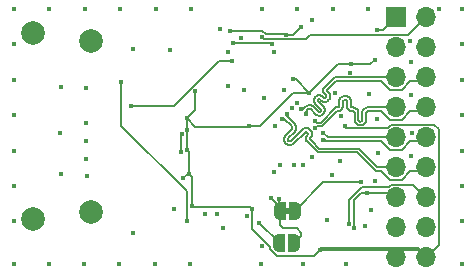
<source format=gbr>
G04 #@! TF.GenerationSoftware,KiCad,Pcbnew,7.0.6+dfsg-1*
G04 #@! TF.CreationDate,2023-08-23T13:02:17+02:00*
G04 #@! TF.ProjectId,GPDI_ULX3S,47504449-5f55-44c5-9833-532e6b696361,1.6*
G04 #@! TF.SameCoordinates,Original*
G04 #@! TF.FileFunction,Copper,L4,Bot*
G04 #@! TF.FilePolarity,Positive*
%FSLAX46Y46*%
G04 Gerber Fmt 4.6, Leading zero omitted, Abs format (unit mm)*
G04 Created by KiCad (PCBNEW 7.0.6+dfsg-1) date 2023-08-23 13:02:17*
%MOMM*%
%LPD*%
G01*
G04 APERTURE LIST*
G04 Aperture macros list*
%AMFreePoly0*
4,1,19,0.500000,-0.750000,0.000000,-0.750000,0.000000,-0.744911,-0.071157,-0.744911,-0.207708,-0.704816,-0.327430,-0.627875,-0.420627,-0.520320,-0.479746,-0.390866,-0.500000,-0.250000,-0.500000,0.250000,-0.479746,0.390866,-0.420627,0.520320,-0.327430,0.627875,-0.207708,0.704816,-0.071157,0.744911,0.000000,0.744911,0.000000,0.750000,0.500000,0.750000,0.500000,-0.750000,0.500000,-0.750000,
$1*%
%AMFreePoly1*
4,1,19,0.000000,0.744911,0.071157,0.744911,0.207708,0.704816,0.327430,0.627875,0.420627,0.520320,0.479746,0.390866,0.500000,0.250000,0.500000,-0.250000,0.479746,-0.390866,0.420627,-0.520320,0.327430,-0.627875,0.207708,-0.704816,0.071157,-0.744911,0.000000,-0.744911,0.000000,-0.750000,-0.500000,-0.750000,-0.500000,0.750000,0.000000,0.750000,0.000000,0.744911,0.000000,0.744911,
$1*%
G04 Aperture macros list end*
G04 #@! TA.AperFunction,ComponentPad*
%ADD10R,1.700000X1.700000*%
G04 #@! TD*
G04 #@! TA.AperFunction,ComponentPad*
%ADD11O,1.700000X1.700000*%
G04 #@! TD*
G04 #@! TA.AperFunction,ComponentPad*
%ADD12C,2.000000*%
G04 #@! TD*
G04 #@! TA.AperFunction,SMDPad,CuDef*
%ADD13FreePoly0,180.000000*%
G04 #@! TD*
G04 #@! TA.AperFunction,SMDPad,CuDef*
%ADD14FreePoly1,180.000000*%
G04 #@! TD*
G04 #@! TA.AperFunction,SMDPad,CuDef*
%ADD15FreePoly0,0.000000*%
G04 #@! TD*
G04 #@! TA.AperFunction,SMDPad,CuDef*
%ADD16FreePoly1,0.000000*%
G04 #@! TD*
G04 #@! TA.AperFunction,ViaPad*
%ADD17C,0.400000*%
G04 #@! TD*
G04 #@! TA.AperFunction,Conductor*
%ADD18C,0.150000*%
G04 #@! TD*
G04 #@! TA.AperFunction,Conductor*
%ADD19C,0.127000*%
G04 #@! TD*
G04 #@! TA.AperFunction,Conductor*
%ADD20C,0.200000*%
G04 #@! TD*
G04 #@! TA.AperFunction,Conductor*
%ADD21C,0.300000*%
G04 #@! TD*
G04 #@! TA.AperFunction,Conductor*
%ADD22C,0.500000*%
G04 #@! TD*
G04 APERTURE END LIST*
D10*
X143764000Y-67310000D03*
D11*
X146304000Y-67310000D03*
X143764000Y-69850000D03*
X146304000Y-69850000D03*
X143764000Y-72390000D03*
X146304000Y-72390000D03*
X143764000Y-74930000D03*
X146304000Y-74930000D03*
X143764000Y-77470000D03*
X146304000Y-77470000D03*
X143764000Y-80010000D03*
X146304000Y-80010000D03*
X143764000Y-82550000D03*
X146304000Y-82550000D03*
X143764000Y-85090000D03*
X146304000Y-85090000D03*
X143764000Y-87630000D03*
X146304000Y-87630000D03*
D12*
X113069740Y-68670140D03*
X117969740Y-69270140D03*
X117969740Y-83770140D03*
X113069740Y-84370140D03*
D13*
X135225000Y-83675000D03*
D14*
X133925000Y-83675000D03*
D15*
X133875000Y-86375000D03*
D16*
X135175000Y-86375000D03*
D17*
X135052460Y-72525180D03*
X139902460Y-71985180D03*
X115392460Y-80555180D03*
X115362460Y-77085180D03*
X115392460Y-73205180D03*
X141622460Y-83605180D03*
X142022460Y-81135180D03*
X138402460Y-80675180D03*
X124652460Y-70035180D03*
X121522460Y-69955180D03*
X121502460Y-85535180D03*
X124952460Y-83505180D03*
X127582460Y-83985180D03*
X129112460Y-85165180D03*
X131175960Y-84135180D03*
X136642460Y-79115180D03*
X139032460Y-79505180D03*
X142262460Y-78825180D03*
X142142460Y-75925180D03*
X141532460Y-73755180D03*
X129582460Y-73125180D03*
X129532460Y-70275180D03*
X130672460Y-69025180D03*
X128842460Y-68255180D03*
X149342460Y-84585180D03*
X149342460Y-81585180D03*
X149342460Y-75585180D03*
X149342460Y-78585180D03*
X149342460Y-72585180D03*
X149342460Y-69585180D03*
X111412460Y-88205180D03*
X111422460Y-84585180D03*
X111422460Y-81585180D03*
X111422460Y-78585180D03*
X111422460Y-75585180D03*
X111422460Y-72585180D03*
X111422460Y-69585180D03*
X149382460Y-88145180D03*
X139532460Y-88185180D03*
X135872460Y-88185180D03*
X132362460Y-88205180D03*
X126362460Y-88205180D03*
X123362460Y-88205180D03*
X120362460Y-88205180D03*
X117362460Y-88205180D03*
X114362460Y-88205180D03*
X149372460Y-66585180D03*
X147422460Y-66585180D03*
X141422460Y-66585180D03*
X138422460Y-66585180D03*
X135422460Y-66585180D03*
X132422460Y-66585180D03*
X126422460Y-66585180D03*
X123422460Y-66585180D03*
X120422460Y-66585180D03*
X117422460Y-66585180D03*
X114422460Y-66585180D03*
X111422460Y-66585180D03*
X144982460Y-69315180D03*
X145022460Y-71085180D03*
X145072460Y-73875180D03*
X145082460Y-79055180D03*
X145102460Y-77075180D03*
X135412460Y-74545180D03*
X134942460Y-74995180D03*
X131602460Y-83495180D03*
X126508960Y-83305180D03*
X126082460Y-84585180D03*
X120522460Y-72770140D03*
X128642460Y-83995180D03*
X132412460Y-86655180D03*
X132212460Y-84675000D03*
X135103240Y-79802960D03*
X135883020Y-79828360D03*
X133452460Y-80405180D03*
X133942460Y-79785180D03*
X130913580Y-73444200D03*
X132569660Y-74119840D03*
X134281620Y-73416260D03*
X117563340Y-73258780D03*
X138652460Y-73705180D03*
X137974780Y-84437320D03*
X139112460Y-75635180D03*
X117578580Y-80767020D03*
X136652460Y-67555180D03*
X117560800Y-76263600D03*
X117568420Y-79263340D03*
X117563340Y-77749500D03*
X141134523Y-84984523D03*
X133565340Y-76482040D03*
X133440000Y-70204818D03*
X136442460Y-73685180D03*
X126095000Y-78535000D03*
X126105000Y-76865000D03*
X131353140Y-76474280D03*
X126786563Y-73556563D03*
X137356020Y-86975009D03*
X139427700Y-76540420D03*
X125775000Y-80935000D03*
X126105000Y-75855000D03*
X126268918Y-80578515D03*
X139965840Y-71291550D03*
X141973438Y-70936158D03*
X137625000Y-77671000D03*
X136925000Y-76671000D03*
X136134304Y-75484304D03*
X134115696Y-75884304D03*
X139788340Y-84772600D03*
X137625000Y-77079000D03*
X136925000Y-76079000D03*
X135715696Y-75065696D03*
X134534304Y-75465696D03*
X140189167Y-85135249D03*
X141325000Y-82175000D03*
X140845000Y-81284490D03*
X142152460Y-68415180D03*
X133907610Y-82646842D03*
X133162460Y-82595180D03*
X130002460Y-69465180D03*
X133304500Y-69545180D03*
X134432460Y-68765180D03*
X135775140Y-68125440D03*
X129742460Y-68475180D03*
X132411890Y-68965272D03*
X125579580Y-78671520D03*
X125645620Y-77162760D03*
X129872460Y-71015180D03*
X121347940Y-74815800D03*
D18*
X135282460Y-72525180D02*
X136442460Y-73685180D01*
X135052460Y-72525180D02*
X135282460Y-72525180D01*
D19*
X139965840Y-71291550D02*
X138836090Y-71291550D01*
X138836090Y-71291550D02*
X136442460Y-73685180D01*
X133304500Y-69545180D02*
X133214500Y-69455180D01*
X133214500Y-69455180D02*
X130012460Y-69455180D01*
X130012460Y-69455180D02*
X130002460Y-69465180D01*
D20*
X133925000Y-83675000D02*
X133925000Y-83357720D01*
X133925000Y-83357720D02*
X133162460Y-82595180D01*
X126508960Y-83305180D02*
X126508960Y-80818557D01*
X131432460Y-83325180D02*
X131602460Y-83495180D01*
X126508960Y-80818557D02*
X126268918Y-80578515D01*
X126508960Y-83305180D02*
X126528960Y-83325180D01*
X126528960Y-83325180D02*
X131432460Y-83325180D01*
D19*
X131353140Y-76474280D02*
X132293360Y-76474280D01*
X132293360Y-76474280D02*
X135082460Y-73685180D01*
X135082460Y-73685180D02*
X136442460Y-73685180D01*
X126803160Y-76553160D02*
X126105000Y-75855000D01*
X131353140Y-76474280D02*
X131274260Y-76553160D01*
X131274260Y-76553160D02*
X126803160Y-76553160D01*
X142152460Y-68415180D02*
X142658820Y-68415180D01*
X142658820Y-68415180D02*
X143764000Y-67310000D01*
X146304000Y-67310000D02*
X144808820Y-68805180D01*
X144808820Y-68805180D02*
X137114711Y-68805180D01*
X137114711Y-68805180D02*
X137104211Y-68794680D01*
X137104211Y-68794680D02*
X136522960Y-68794680D01*
X136522960Y-68794680D02*
X136162460Y-69155180D01*
X136162460Y-69155180D02*
X132601798Y-69155180D01*
X132601798Y-69155180D02*
X132411890Y-68965272D01*
X134432460Y-68765180D02*
X134422460Y-68755180D01*
X134422460Y-68755180D02*
X132754049Y-68755180D01*
X132754049Y-68755180D02*
X132474049Y-68475180D01*
X132474049Y-68475180D02*
X129742460Y-68475180D01*
X135075400Y-68825180D02*
X135775140Y-68125440D01*
X134432460Y-68765180D02*
X134492460Y-68825180D01*
X134492460Y-68825180D02*
X135075400Y-68825180D01*
X141973438Y-70936158D02*
X141618046Y-71291550D01*
X141618046Y-71291550D02*
X139965840Y-71291550D01*
X139427700Y-76540420D02*
X139584651Y-76697371D01*
X143333010Y-76429500D02*
X147036780Y-76429500D01*
X147036780Y-76429500D02*
X147392460Y-76785180D01*
X139584651Y-76697371D02*
X143065139Y-76697371D01*
X143065139Y-76697371D02*
X143333010Y-76429500D01*
X147392460Y-76785180D02*
X147392460Y-86541540D01*
X147392460Y-86541540D02*
X146304000Y-87630000D01*
X141325000Y-82175000D02*
X141325180Y-82175180D01*
X143389180Y-82175180D02*
X143764000Y-82550000D01*
X141325180Y-82175180D02*
X143389180Y-82175180D01*
X146304000Y-82550000D02*
X145209360Y-81455360D01*
X145209360Y-81455360D02*
X143373458Y-81455360D01*
X143373458Y-81455360D02*
X143153818Y-81675000D01*
X143153818Y-81675000D02*
X140912640Y-81675000D01*
X140912640Y-81675000D02*
X139788340Y-82799300D01*
X139788340Y-82799300D02*
X139788340Y-84772600D01*
X133907610Y-82910018D02*
X133925000Y-82927408D01*
X133907610Y-82646842D02*
X133907610Y-82910018D01*
X133925000Y-82927408D02*
X133925000Y-83675000D01*
X129872460Y-71015180D02*
X128775680Y-71015180D01*
X128775680Y-71015180D02*
X124975060Y-74815800D01*
X124975060Y-74815800D02*
X121347940Y-74815800D01*
D21*
X137356020Y-86975009D02*
X137395849Y-86935180D01*
X137395849Y-86935180D02*
X145609180Y-86935180D01*
X145609180Y-86935180D02*
X146304000Y-87630000D01*
D20*
X131602460Y-83495180D02*
X131602460Y-85241310D01*
X131602460Y-85241310D02*
X133148000Y-86786850D01*
X133148000Y-86786850D02*
X133148000Y-86926134D01*
X133148000Y-86926134D02*
X133737046Y-87515180D01*
X133737046Y-87515180D02*
X136815849Y-87515180D01*
X136815849Y-87515180D02*
X137356020Y-86975009D01*
D19*
X126268918Y-80578515D02*
X126268918Y-78708918D01*
X126268918Y-78708918D02*
X126095000Y-78535000D01*
X126268918Y-80578515D02*
X126131485Y-80578515D01*
X126131485Y-80578515D02*
X125775000Y-80935000D01*
X126105000Y-76865000D02*
X126095000Y-76875000D01*
X126095000Y-76875000D02*
X126095000Y-78535000D01*
X126105000Y-75855000D02*
X126105000Y-76865000D01*
X126105000Y-75855000D02*
X126786563Y-75173437D01*
X126786563Y-75173437D02*
X126786563Y-73556563D01*
D20*
X126082460Y-82028030D02*
X120522460Y-76468030D01*
X126082460Y-84585180D02*
X126082460Y-82028030D01*
X120522460Y-76468030D02*
X120522460Y-72770140D01*
X133875000Y-86375000D02*
X133875000Y-86337540D01*
X133875000Y-86337540D02*
X132212460Y-84675000D01*
D19*
X143264559Y-78510501D02*
X144263441Y-78510501D01*
X144263441Y-78510501D02*
X144984942Y-77789000D01*
X137765865Y-77671000D02*
X137883865Y-77789000D01*
X145985000Y-77789000D02*
X146304000Y-77470000D01*
X137625000Y-77671000D02*
X137765865Y-77671000D01*
X142543058Y-77789000D02*
X143264559Y-78510501D01*
X144984942Y-77789000D02*
X145985000Y-77789000D01*
X137883865Y-77789000D02*
X142543058Y-77789000D01*
X141249737Y-75377672D02*
X141261977Y-75342692D01*
X139037153Y-75203792D02*
X139123709Y-75149406D01*
X139424260Y-74308779D02*
X139461088Y-74304629D01*
X140276588Y-75414500D02*
X140276588Y-75986866D01*
X139626588Y-74792496D02*
X139638033Y-74894078D01*
X140214275Y-75285106D02*
X140240481Y-75311312D01*
X144984942Y-75249000D02*
X145985000Y-75249000D01*
X138811088Y-75249000D02*
X138839083Y-75249000D01*
X141073709Y-76343776D02*
X141145993Y-76271492D01*
X144263441Y-75970501D02*
X144984942Y-75249000D01*
X140535022Y-76398162D02*
X140631510Y-76431925D01*
X140272438Y-75377672D02*
X140276588Y-75414500D01*
X141411088Y-75249000D02*
X142543058Y-75249000D01*
X141261977Y-75342692D02*
X141281694Y-75311312D01*
X141234142Y-76088448D02*
X141245588Y-75986866D01*
X139250379Y-74990566D02*
X139284142Y-74894078D01*
X139798466Y-75149406D02*
X139885022Y-75203792D01*
X141374260Y-75253149D02*
X141411088Y-75249000D01*
X141245588Y-75414500D02*
X141249737Y-75377672D01*
X139532895Y-74321019D02*
X139564275Y-74340736D01*
X141339280Y-75265389D02*
X141374260Y-75253149D01*
X140631510Y-76431925D02*
X140733092Y-76443371D01*
X140789083Y-76443371D02*
X140890665Y-76431925D01*
X139284142Y-74894078D02*
X139295588Y-74792496D01*
X139299737Y-74433302D02*
X139311977Y-74398322D01*
X139590481Y-74366942D02*
X139610198Y-74398322D01*
X139726182Y-75077122D02*
X139798466Y-75149406D01*
X139295588Y-74792496D02*
X139295588Y-74470129D01*
X139123709Y-75149406D02*
X139195993Y-75077122D01*
X137525588Y-76534500D02*
X138811088Y-75249000D01*
X141145993Y-76271492D02*
X141200379Y-76184936D01*
X139331694Y-74366942D02*
X139357900Y-74340736D01*
X140147915Y-75253149D02*
X140182895Y-75265389D01*
X139981510Y-75237555D02*
X140083092Y-75249000D01*
X139497915Y-74308779D02*
X139532895Y-74321019D01*
X140288033Y-76088448D02*
X140321796Y-76184936D01*
X139195993Y-75077122D02*
X139250379Y-74990566D01*
X140182895Y-75265389D02*
X140214275Y-75285106D01*
X139626588Y-74470129D02*
X139626588Y-74792496D01*
X139671796Y-74990566D02*
X139726182Y-75077122D01*
X139885022Y-75203792D02*
X139981510Y-75237555D01*
X140276588Y-75986866D02*
X140288033Y-76088448D01*
X140376182Y-76271492D02*
X140448466Y-76343776D01*
X139389280Y-74321019D02*
X139424260Y-74308779D01*
X140240481Y-75311312D02*
X140260198Y-75342692D01*
X136925000Y-76671000D02*
X137061500Y-76534500D01*
X140987153Y-76398162D02*
X141073709Y-76343776D01*
X139357900Y-74340736D02*
X139389280Y-74321019D01*
X141200379Y-76184936D02*
X141234142Y-76088448D01*
X138940665Y-75237555D02*
X139037153Y-75203792D01*
X139564275Y-74340736D02*
X139590481Y-74366942D01*
X140733092Y-76443371D02*
X140789083Y-76443371D01*
X145985000Y-75249000D02*
X146304000Y-74930000D01*
X140083092Y-75249000D02*
X140111088Y-75249000D01*
X140260198Y-75342692D02*
X140272438Y-75377672D01*
X140448466Y-76343776D02*
X140535022Y-76398162D01*
X137061500Y-76534500D02*
X137525588Y-76534500D01*
X139461088Y-74304629D02*
X139497915Y-74308779D01*
X140890665Y-76431925D02*
X140987153Y-76398162D01*
X141245588Y-75986866D02*
X141245588Y-75414500D01*
X140111088Y-75249000D02*
X140147915Y-75253149D01*
X141307900Y-75285106D02*
X141339280Y-75265389D01*
X139622438Y-74433302D02*
X139626588Y-74470129D01*
X139610198Y-74398322D02*
X139622438Y-74433302D01*
X143264559Y-75970501D02*
X144263441Y-75970501D01*
X138839083Y-75249000D02*
X138940665Y-75237555D01*
X139295588Y-74470129D02*
X139299737Y-74433302D01*
X142543058Y-75249000D02*
X143264559Y-75970501D01*
X139311977Y-74398322D02*
X139331694Y-74366942D01*
X140321796Y-76184936D02*
X140376182Y-76271492D01*
X141281694Y-75311312D02*
X141307900Y-75285106D01*
X139638033Y-74894078D02*
X139671796Y-74990566D01*
X137600086Y-74449247D02*
X137684320Y-74468473D01*
X144984942Y-72709000D02*
X145985000Y-72709000D01*
X137975006Y-73450556D02*
X138045719Y-73379847D01*
X137714103Y-75290607D02*
X137735677Y-75196088D01*
X138104522Y-74253715D02*
X138158392Y-74186165D01*
X137854954Y-74449247D02*
X137932798Y-74411759D01*
X137949068Y-73524682D02*
X137949068Y-73504416D01*
X137611591Y-74841472D02*
X137592817Y-74822697D01*
X137156922Y-74311991D02*
X137163923Y-74281318D01*
X137770720Y-74468473D02*
X137854954Y-74449247D01*
X138158392Y-73775609D02*
X138104522Y-73708058D01*
X137932798Y-74411759D02*
X138000349Y-74357890D01*
X137231294Y-74206947D02*
X137251051Y-74202437D01*
X137213035Y-74215740D02*
X137231294Y-74206947D01*
X137574042Y-75491303D02*
X137611591Y-75453754D01*
X137714103Y-75004619D02*
X137672038Y-74917270D01*
X138017080Y-74341158D02*
X138104522Y-74253715D01*
X138158392Y-74186165D02*
X138195879Y-74108321D01*
X136373261Y-75057287D02*
X136401607Y-75043636D01*
X137953578Y-73544439D02*
X137949068Y-73524682D01*
X137949068Y-73504416D02*
X137953578Y-73484659D01*
X136547360Y-75076903D02*
X136961760Y-75491303D01*
X137672038Y-74917270D02*
X137611591Y-74841472D01*
X138215105Y-74024087D02*
X138215105Y-73937686D01*
X137163923Y-74374126D02*
X137156922Y-74343453D01*
X137316376Y-75615389D02*
X137410895Y-75593816D01*
X136134304Y-75291264D02*
X136348663Y-75076903D01*
X137163923Y-74281318D02*
X137177574Y-74252971D01*
X137197190Y-74427070D02*
X137177574Y-74402472D01*
X137735677Y-75196088D02*
X137735677Y-75099138D01*
X137962371Y-73466400D02*
X137975006Y-73450556D01*
X138195879Y-73853452D02*
X138158392Y-73775609D01*
X142543058Y-72709000D02*
X143264559Y-73430501D01*
X137975006Y-73578542D02*
X137962371Y-73562698D01*
X136348663Y-75076903D02*
X136373261Y-75057287D01*
X137156922Y-74343453D02*
X137156922Y-74311991D01*
X137037559Y-75551751D02*
X137124907Y-75593816D01*
X137522242Y-74411759D02*
X137600086Y-74449247D01*
X144263441Y-73430501D02*
X144984942Y-72709000D01*
X137271317Y-74202437D02*
X137291074Y-74206947D01*
X137611591Y-75453754D02*
X137672038Y-75377955D01*
X137197191Y-74228375D02*
X137213035Y-74215740D01*
X137684320Y-74468473D02*
X137770720Y-74468473D01*
X137962371Y-73562698D02*
X137953578Y-73544439D01*
X138045719Y-73379847D02*
X138716568Y-72709000D01*
X137309333Y-74215740D02*
X137325177Y-74228375D01*
X145985000Y-72709000D02*
X146304000Y-72390000D01*
X137251051Y-74202437D02*
X137271317Y-74202437D01*
X136961760Y-75491303D02*
X137037559Y-75551751D01*
X137177574Y-74402472D02*
X137163923Y-74374126D01*
X137410895Y-75593816D02*
X137498244Y-75551751D01*
X137592817Y-74822697D02*
X137197190Y-74427070D01*
X136134304Y-75484304D02*
X136134304Y-75291264D01*
X137953578Y-73484659D02*
X137962371Y-73466400D01*
X138000349Y-74357890D02*
X138017080Y-74341158D01*
X138195879Y-74108321D02*
X138215105Y-74024087D01*
X137672038Y-75377955D02*
X137714103Y-75290607D01*
X143264559Y-73430501D02*
X144263441Y-73430501D01*
X137325177Y-74228375D02*
X137454692Y-74357890D01*
X136494416Y-75043636D02*
X136522762Y-75057287D01*
X138104522Y-73708058D02*
X137975006Y-73578542D01*
X137735677Y-75099138D02*
X137714103Y-75004619D01*
X136401607Y-75043636D02*
X136432281Y-75036635D01*
X136463743Y-75036635D02*
X136494416Y-75043636D01*
X138716568Y-72709000D02*
X142543058Y-72709000D01*
X137454692Y-74357890D02*
X137522242Y-74411759D01*
X137197190Y-74228373D02*
X137197191Y-74228375D01*
X138215105Y-73937686D02*
X138195879Y-73853452D01*
X136522762Y-75057287D02*
X136547360Y-75076903D01*
X136432281Y-75036635D02*
X136463743Y-75036635D01*
X137177574Y-74252971D02*
X137197190Y-74228373D01*
X137219426Y-75615389D02*
X137316376Y-75615389D01*
X137291074Y-74206947D02*
X137309333Y-74215740D01*
X137498244Y-75551751D02*
X137574042Y-75491303D01*
X137124907Y-75593816D02*
X137219426Y-75615389D01*
X136148366Y-77458202D02*
X136131827Y-77530663D01*
X136131827Y-77530663D02*
X136131827Y-77604987D01*
X136362007Y-77193416D02*
X136358776Y-77200128D01*
X134822884Y-78128249D02*
X134922545Y-78105502D01*
X136354132Y-77158908D02*
X136358776Y-77164732D01*
X135003429Y-76630059D02*
X135003429Y-76667119D01*
X134620998Y-78105502D02*
X134720660Y-78128249D01*
X136161300Y-76967256D02*
X136167124Y-76971900D01*
X136180613Y-77744410D02*
X136226953Y-77802520D01*
X136139876Y-76962365D02*
X136147326Y-76962366D01*
X136148366Y-77677448D02*
X136180613Y-77744410D01*
X136363665Y-77178704D02*
X136363666Y-77186154D01*
X134278546Y-77583912D02*
X134278546Y-77686136D01*
X134995182Y-76593928D02*
X135003429Y-76630059D01*
X136358776Y-77164732D02*
X136362007Y-77171442D01*
X142081312Y-80329000D02*
X142543058Y-80329000D01*
X136362007Y-77171442D02*
X136363665Y-77178704D01*
X134345647Y-77392149D02*
X134301293Y-77484250D01*
X136226953Y-77333128D02*
X136180614Y-77391238D01*
X134409383Y-77957821D02*
X134448975Y-77997413D01*
X136120080Y-76971900D02*
X136125904Y-76967256D01*
X145985000Y-80329000D02*
X146304000Y-80010000D01*
X134301293Y-77484250D02*
X134278546Y-77583912D01*
X135094569Y-77997413D02*
X136120080Y-76971900D01*
X134278546Y-77686136D02*
X134301293Y-77785798D01*
X134409383Y-77312227D02*
X134345647Y-77392149D01*
X134955996Y-76765615D02*
X134409383Y-77312227D01*
X136132614Y-76964023D02*
X136139876Y-76962365D01*
X136147326Y-76962366D02*
X136154588Y-76964024D01*
X140489352Y-78737040D02*
X142081312Y-80329000D01*
X136226953Y-77802520D02*
X137161472Y-78737040D01*
X144984942Y-80329000D02*
X145985000Y-80329000D01*
X134720660Y-78128249D02*
X134822884Y-78128249D01*
X134301293Y-77785798D02*
X134345647Y-77877899D01*
X143264559Y-81050501D02*
X144263441Y-81050501D01*
X136125904Y-76967256D02*
X136132614Y-76964023D01*
X135014647Y-78061149D02*
X135094569Y-77997413D01*
X134528897Y-78061149D02*
X134620998Y-78105502D01*
X137161472Y-78737040D02*
X140489352Y-78737040D01*
X134979103Y-76560538D02*
X134995182Y-76593928D01*
X136358776Y-77200128D02*
X136354132Y-77205952D01*
X134345647Y-77877899D02*
X134409383Y-77957821D01*
X134448975Y-77997413D02*
X134528897Y-78061149D01*
X136154588Y-76964024D02*
X136161300Y-76967256D01*
X134308736Y-75884304D02*
X134955996Y-76531563D01*
X136180614Y-77391238D02*
X136148366Y-77458202D01*
X136363666Y-77186154D02*
X136362007Y-77193416D01*
X142543058Y-80329000D02*
X143264559Y-81050501D01*
X134995182Y-76703250D02*
X134979103Y-76736641D01*
X135003429Y-76667119D02*
X134995182Y-76703250D01*
X144263441Y-81050501D02*
X144984942Y-80329000D01*
X134979103Y-76736641D02*
X134955996Y-76765615D01*
X134115696Y-75884304D02*
X134308736Y-75884304D01*
X134955996Y-76531563D02*
X134979103Y-76560538D01*
X136131827Y-77604987D02*
X136148366Y-77677448D01*
X134922545Y-78105502D02*
X135014647Y-78061149D01*
X136167124Y-76971900D02*
X136354132Y-77158908D01*
X136354132Y-77205952D02*
X136226953Y-77333128D01*
X143445000Y-77470000D02*
X143764000Y-77470000D01*
X137625000Y-77079000D02*
X138016000Y-77470000D01*
X138016000Y-77470000D02*
X143445000Y-77470000D01*
X138678952Y-74930000D02*
X138811088Y-74930000D01*
X140864275Y-76088264D02*
X140890481Y-76062058D01*
X141026182Y-75101878D02*
X141098466Y-75029594D01*
X140910198Y-76030678D02*
X140922438Y-75995698D01*
X139148466Y-74085224D02*
X139235022Y-74030838D01*
X139331510Y-73997075D02*
X139433092Y-73985629D01*
X140631694Y-76062058D02*
X140657900Y-76088264D01*
X140938033Y-75284922D02*
X140971796Y-75188434D01*
X139773709Y-74085224D02*
X139845993Y-74157508D01*
X139021796Y-74244064D02*
X139076182Y-74157508D01*
X143445000Y-74930000D02*
X143764000Y-74930000D01*
X140599737Y-75995698D02*
X140611977Y-76030678D01*
X139235022Y-74030838D02*
X139331510Y-73997075D01*
X140423709Y-75029594D02*
X140495993Y-75101878D01*
X139900379Y-74244064D02*
X139934142Y-74340552D01*
X140495993Y-75101878D02*
X140550379Y-75188434D01*
X140926588Y-75386504D02*
X140938033Y-75284922D01*
X141098466Y-75029594D02*
X141185022Y-74975208D01*
X138976588Y-74442134D02*
X138988033Y-74340552D01*
X139934142Y-74340552D02*
X139945588Y-74442134D01*
X140724260Y-76120221D02*
X140761088Y-76124371D01*
X140595588Y-75958871D02*
X140599737Y-75995698D01*
X139949737Y-74801328D02*
X139961977Y-74836308D01*
X138972438Y-74801328D02*
X138976588Y-74764500D01*
X140611977Y-76030678D02*
X140631694Y-76062058D01*
X139590665Y-73997075D02*
X139687153Y-74030838D01*
X140832895Y-76107981D02*
X140864275Y-76088264D01*
X140689280Y-76107981D02*
X140724260Y-76120221D01*
X137393452Y-76215500D02*
X138678952Y-74930000D01*
X139433092Y-73985629D02*
X139489083Y-73985629D01*
X140926588Y-75958871D02*
X140926588Y-75386504D01*
X138988033Y-74340552D02*
X139021796Y-74244064D01*
X141185022Y-74975208D02*
X141281510Y-74941445D01*
X139981694Y-74867688D02*
X140007900Y-74893894D01*
X138940481Y-74867688D02*
X138960198Y-74836308D01*
X140139083Y-74930000D02*
X140240665Y-74941445D01*
X140657900Y-76088264D02*
X140689280Y-76107981D01*
X138811088Y-74930000D02*
X138847915Y-74925851D01*
X139845993Y-74157508D02*
X139900379Y-74244064D01*
X140074260Y-74925851D02*
X140111088Y-74930000D01*
X140240665Y-74941445D02*
X140337153Y-74975208D01*
X141281510Y-74941445D02*
X141383092Y-74930000D01*
X140584142Y-75284922D02*
X140595588Y-75386504D01*
X138882895Y-74913611D02*
X138914275Y-74893894D01*
X139076182Y-74157508D02*
X139148466Y-74085224D01*
X140337153Y-74975208D02*
X140423709Y-75029594D01*
X138976588Y-74764500D02*
X138976588Y-74442134D01*
X137061500Y-76215500D02*
X137393452Y-76215500D01*
X140971796Y-75188434D02*
X141026182Y-75101878D01*
X139961977Y-74836308D02*
X139981694Y-74867688D01*
X139945588Y-74764500D02*
X139949737Y-74801328D01*
X140111088Y-74930000D02*
X140139083Y-74930000D01*
X140550379Y-75188434D02*
X140584142Y-75284922D01*
X136925000Y-76079000D02*
X137061500Y-76215500D01*
X138960198Y-74836308D02*
X138972438Y-74801328D01*
X140007900Y-74893894D02*
X140039280Y-74913611D01*
X140761088Y-76124371D02*
X140797915Y-76120221D01*
X140797915Y-76120221D02*
X140832895Y-76107981D01*
X138914275Y-74893894D02*
X138940481Y-74867688D01*
X139945588Y-74442134D02*
X139945588Y-74764500D01*
X140039280Y-74913611D02*
X140074260Y-74925851D01*
X140890481Y-76062058D02*
X140910198Y-76030678D01*
X138847915Y-74925851D02*
X138882895Y-74913611D01*
X140922438Y-75995698D02*
X140926588Y-75958871D01*
X140595588Y-75386504D02*
X140595588Y-75958871D01*
X141383092Y-74930000D02*
X143445000Y-74930000D01*
X139687153Y-74030838D02*
X139773709Y-74085224D01*
X139489083Y-73985629D02*
X139590665Y-73997075D01*
X136141871Y-74832561D02*
X136217669Y-74772114D01*
X136952849Y-74021581D02*
X136971623Y-74002806D01*
X137367250Y-75048264D02*
X136952849Y-74633863D01*
X137388618Y-73894719D02*
X137466462Y-73932207D01*
X137732707Y-73241720D02*
X137820152Y-73154280D01*
X136892401Y-74558064D02*
X136850336Y-74470716D01*
X137641350Y-73387115D02*
X137678838Y-73309271D01*
X137133750Y-73894719D02*
X137217984Y-73875493D01*
X137678838Y-73309271D02*
X137732707Y-73241720D01*
X137407518Y-75131882D02*
X137400517Y-75101209D01*
X137252170Y-75287230D02*
X137283632Y-75287230D01*
X137717387Y-74141529D02*
X137737653Y-74141529D01*
X137775669Y-74128226D02*
X137791513Y-74115591D01*
X136988356Y-73986076D02*
X137055906Y-73932207D01*
X137697630Y-74137019D02*
X137717387Y-74141529D01*
X136678354Y-74772114D02*
X136754152Y-74832561D01*
X137367250Y-75246962D02*
X137386866Y-75222364D01*
X137055906Y-73932207D02*
X137133750Y-73894719D01*
X137622124Y-73557749D02*
X137622124Y-73471349D01*
X137193151Y-75266578D02*
X137221497Y-75280229D01*
X137407518Y-75163344D02*
X137407518Y-75131882D01*
X137283632Y-75287230D02*
X137314305Y-75280229D01*
X136971624Y-74002808D02*
X136988356Y-73986076D01*
X137862223Y-73916893D02*
X137732707Y-73787377D01*
X136828763Y-74279247D02*
X136850336Y-74184728D01*
X137622124Y-73471349D02*
X137641350Y-73387115D01*
X135908736Y-75065696D02*
X136141871Y-74832561D01*
X136850336Y-74470716D02*
X136828763Y-74376197D01*
X137883651Y-73950996D02*
X137874859Y-73932738D01*
X136850336Y-74184728D02*
X136892401Y-74097379D01*
X137663527Y-74115591D02*
X137679371Y-74128226D01*
X136952849Y-74633863D02*
X136892401Y-74558064D01*
X137221497Y-75280229D02*
X137252170Y-75287230D01*
X138584432Y-72390000D02*
X143445000Y-72390000D01*
X137888161Y-73970754D02*
X137883651Y-73950996D01*
X137883651Y-74010777D02*
X137888161Y-73991019D01*
X137168553Y-75246962D02*
X137193151Y-75266578D01*
X137314305Y-75280229D02*
X137342652Y-75266578D01*
X136399537Y-74708476D02*
X136496486Y-74708476D01*
X143445000Y-72390000D02*
X143764000Y-72390000D01*
X137874859Y-74029036D02*
X137883651Y-74010777D01*
X137550744Y-74002808D02*
X137663527Y-74115591D01*
X137342652Y-75266578D02*
X137367250Y-75246962D01*
X136754152Y-74832561D02*
X137168553Y-75246962D01*
X137679371Y-74128226D02*
X137697630Y-74137019D01*
X137874859Y-73932738D02*
X137862223Y-73916893D01*
X137820152Y-73154280D02*
X138584432Y-72390000D01*
X137386866Y-75072862D02*
X137367250Y-75048264D01*
X136591005Y-74730049D02*
X136678354Y-74772114D01*
X137534013Y-73986076D02*
X137550744Y-74002808D01*
X137888161Y-73991019D02*
X137888161Y-73970754D01*
X136496486Y-74708476D02*
X136591005Y-74730049D01*
X137217984Y-73875493D02*
X137304384Y-73875493D01*
X136892401Y-74097379D02*
X136952849Y-74021581D01*
X137791513Y-74115591D02*
X137862223Y-74044880D01*
X137400517Y-75194017D02*
X137407518Y-75163344D01*
X137466462Y-73932207D02*
X137534013Y-73986076D01*
X137732707Y-73787377D02*
X137678838Y-73719827D01*
X137386866Y-75222364D02*
X137400517Y-75194017D01*
X137304384Y-73875493D02*
X137388618Y-73894719D01*
X137641350Y-73641983D02*
X137622124Y-73557749D01*
X136217669Y-74772114D02*
X136305018Y-74730049D01*
X136305018Y-74730049D02*
X136399537Y-74708476D01*
X136828763Y-74376197D02*
X136828763Y-74279247D01*
X137757410Y-74137019D02*
X137775669Y-74128226D01*
X137400517Y-75101209D02*
X137386866Y-75072862D01*
X137862223Y-74044880D02*
X137874859Y-74029036D01*
X136971623Y-74002806D02*
X136971624Y-74002808D01*
X135715696Y-75065696D02*
X135908736Y-75065696D01*
X137737653Y-74141529D02*
X137757410Y-74137019D01*
X137678838Y-73719827D02*
X137641350Y-73641983D01*
X134607313Y-77653554D02*
X134615560Y-77689685D01*
X136672681Y-77072807D02*
X136689218Y-77145267D01*
X136459038Y-77556838D02*
X136457380Y-77564100D01*
X134534304Y-75658736D02*
X135201359Y-76325792D01*
X135309449Y-76799363D02*
X135265095Y-76891464D01*
X134615560Y-77689685D02*
X134631639Y-77723075D01*
X136672681Y-77292053D02*
X136640433Y-77359017D01*
X135265095Y-76891464D02*
X135201359Y-76971386D01*
X134859823Y-77775156D02*
X134888798Y-77752050D01*
X136459037Y-77578810D02*
X136462269Y-77585522D01*
X134654746Y-77517998D02*
X134631639Y-77546973D01*
X134607313Y-77616494D02*
X134607313Y-77653554D01*
X136466913Y-77544302D02*
X136462269Y-77550126D01*
X136033980Y-76653353D02*
X136106439Y-76636813D01*
X136640433Y-77359017D02*
X136594092Y-77417126D01*
X136689218Y-77219591D02*
X136672681Y-77292053D01*
X136579699Y-77431519D02*
X136466913Y-77544302D01*
X136378296Y-76731939D02*
X136392691Y-76746333D01*
X135265095Y-76405714D02*
X135309449Y-76497815D01*
X136658449Y-77782881D02*
X137293608Y-78418040D01*
X140621488Y-78418040D02*
X142213448Y-80010000D01*
X134631639Y-77723075D02*
X134654746Y-77752050D01*
X136640433Y-77005843D02*
X136672681Y-77072807D01*
X136253224Y-76653351D02*
X136320188Y-76685600D01*
X134534304Y-75465696D02*
X134534304Y-75658736D01*
X136457379Y-77571548D02*
X136459037Y-77578810D01*
X136392691Y-76746333D02*
X136594092Y-76947734D01*
X135201359Y-76325792D02*
X135265095Y-76405714D01*
X143445000Y-80010000D02*
X143764000Y-80010000D01*
X134615560Y-77580363D02*
X134607313Y-77616494D01*
X136594092Y-76947734D02*
X136640433Y-77005843D01*
X136180765Y-76636814D02*
X136253224Y-76653351D01*
X136689218Y-77145267D02*
X136689218Y-77219591D01*
X136462269Y-77585522D02*
X136466913Y-77591346D01*
X134683720Y-77775156D02*
X134717110Y-77791236D01*
X136320188Y-76685600D02*
X136378296Y-76731939D01*
X134631639Y-77546973D02*
X134615560Y-77580363D01*
X135309449Y-76497815D02*
X135332196Y-76597477D01*
X135908906Y-76731940D02*
X135967016Y-76685601D01*
X142213448Y-80010000D02*
X143445000Y-80010000D01*
X136466913Y-77591346D02*
X136658449Y-77782881D01*
X135201359Y-76971386D02*
X134654746Y-77517998D01*
X137293608Y-78418040D02*
X140621488Y-78418040D01*
X136457380Y-77564100D02*
X136457379Y-77571548D01*
X136594092Y-77417126D02*
X136579699Y-77431519D01*
X134753242Y-77799483D02*
X134790302Y-77799483D01*
X135332196Y-76597477D02*
X135332196Y-76699701D01*
X135967016Y-76685601D02*
X136033980Y-76653353D01*
X134654746Y-77752050D02*
X134683720Y-77775156D01*
X136106439Y-76636813D02*
X136180765Y-76636814D01*
X134826433Y-77791236D02*
X134859823Y-77775156D01*
X134888798Y-77752050D02*
X135908906Y-76731940D01*
X135332196Y-76699701D02*
X135309449Y-76799363D01*
X136462269Y-77550126D02*
X136459038Y-77556838D01*
X134790302Y-77799483D02*
X134826433Y-77791236D01*
X134717110Y-77791236D02*
X134753242Y-77799483D01*
X140187120Y-82762880D02*
X140187120Y-85133202D01*
X140187120Y-85133202D02*
X140189167Y-85135249D01*
X140775000Y-82175000D02*
X140187120Y-82762880D01*
X141325000Y-82175000D02*
X140775000Y-82175000D01*
X135361120Y-85138360D02*
X134182560Y-85138360D01*
D22*
X133925000Y-83675000D02*
X135225000Y-83675000D01*
D19*
X133936180Y-84891980D02*
X133928560Y-84891980D01*
X135225000Y-83675000D02*
X137615510Y-81284490D01*
X135759900Y-85790100D02*
X135759900Y-85537140D01*
X134182560Y-85138360D02*
X133936180Y-84891980D01*
X133928560Y-83678560D02*
X133925000Y-83675000D01*
X135175000Y-86375000D02*
X135759900Y-85790100D01*
X137615510Y-81284490D02*
X140845000Y-81284490D01*
X135759900Y-85537140D02*
X135361120Y-85138360D01*
X133928560Y-84891980D02*
X133928560Y-83678560D01*
X125579580Y-78671520D02*
X125579580Y-77228800D01*
X125579580Y-77228800D02*
X125645620Y-77162760D01*
M02*

</source>
